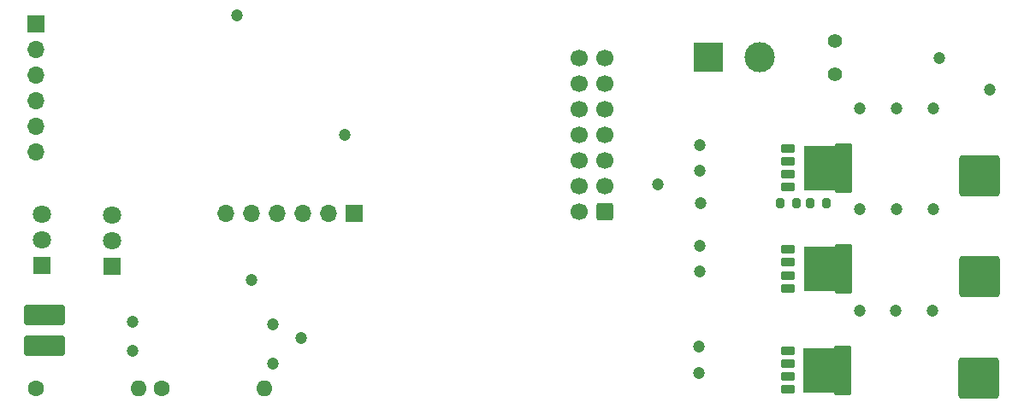
<source format=gbs>
G04 #@! TF.GenerationSoftware,KiCad,Pcbnew,(6.0.5)*
G04 #@! TF.CreationDate,2022-05-31T01:04:28-04:00*
G04 #@! TF.ProjectId,GoldESC,476f6c64-4553-4432-9e6b-696361645f70,rev?*
G04 #@! TF.SameCoordinates,Original*
G04 #@! TF.FileFunction,Soldermask,Bot*
G04 #@! TF.FilePolarity,Negative*
%FSLAX46Y46*%
G04 Gerber Fmt 4.6, Leading zero omitted, Abs format (unit mm)*
G04 Created by KiCad (PCBNEW (6.0.5)) date 2022-05-31 01:04:28*
%MOMM*%
%LPD*%
G01*
G04 APERTURE LIST*
G04 Aperture macros list*
%AMRoundRect*
0 Rectangle with rounded corners*
0 $1 Rounding radius*
0 $2 $3 $4 $5 $6 $7 $8 $9 X,Y pos of 4 corners*
0 Add a 4 corners polygon primitive as box body*
4,1,4,$2,$3,$4,$5,$6,$7,$8,$9,$2,$3,0*
0 Add four circle primitives for the rounded corners*
1,1,$1+$1,$2,$3*
1,1,$1+$1,$4,$5*
1,1,$1+$1,$6,$7*
1,1,$1+$1,$8,$9*
0 Add four rect primitives between the rounded corners*
20,1,$1+$1,$2,$3,$4,$5,0*
20,1,$1+$1,$4,$5,$6,$7,0*
20,1,$1+$1,$6,$7,$8,$9,0*
20,1,$1+$1,$8,$9,$2,$3,0*%
%AMFreePoly0*
4,1,21,3.024497,2.399497,3.045000,2.350000,3.045000,-2.350000,3.024497,-2.399497,2.975000,-2.420000,1.425000,-2.420000,1.375503,-2.399497,1.355000,-2.350000,1.355000,-2.170000,-1.650000,-2.170000,-1.699497,-2.149497,-1.720000,-2.100000,-1.720000,2.100000,-1.699497,2.149497,-1.650000,2.170000,1.355000,2.170000,1.355000,2.350000,1.375503,2.399497,1.425000,2.420000,2.975000,2.420000,
3.024497,2.399497,3.024497,2.399497,$1*%
G04 Aperture macros list end*
%ADD10C,1.200000*%
%ADD11R,3.000000X3.000000*%
%ADD12C,3.000000*%
%ADD13R,1.700000X1.700000*%
%ADD14O,1.700000X1.700000*%
%ADD15R,1.800000X1.800000*%
%ADD16C,1.800000*%
%ADD17C,1.600000*%
%ADD18O,1.600000X1.600000*%
%ADD19RoundRect,0.250000X-1.000000X1.000000X-1.000000X-1.000000X1.000000X-1.000000X1.000000X1.000000X0*%
%ADD20RoundRect,0.250000X-1.000000X-1.000000X1.000000X-1.000000X1.000000X1.000000X-1.000000X1.000000X0*%
%ADD21RoundRect,0.250000X1.000000X1.000000X-1.000000X1.000000X-1.000000X-1.000000X1.000000X-1.000000X0*%
%ADD22RoundRect,0.250000X1.000000X-1.000000X1.000000X1.000000X-1.000000X1.000000X-1.000000X-1.000000X0*%
%ADD23C,1.400000*%
%ADD24RoundRect,0.200000X1.050000X-0.800000X1.050000X0.800000X-1.050000X0.800000X-1.050000X-0.800000X0*%
%ADD25RoundRect,0.200000X-1.050000X0.800000X-1.050000X-0.800000X1.050000X-0.800000X1.050000X0.800000X0*%
%ADD26RoundRect,0.250000X0.600000X0.600000X-0.600000X0.600000X-0.600000X-0.600000X0.600000X-0.600000X0*%
%ADD27C,1.700000*%
%ADD28RoundRect,0.070000X0.575000X-0.350000X0.575000X0.350000X-0.575000X0.350000X-0.575000X-0.350000X0*%
%ADD29FreePoly0,0.000000*%
%ADD30RoundRect,0.200000X0.200000X0.275000X-0.200000X0.275000X-0.200000X-0.275000X0.200000X-0.275000X0*%
G04 APERTURE END LIST*
D10*
X230349000Y-88834000D03*
D11*
X208160000Y-63700000D03*
D12*
X213240000Y-63700000D03*
D10*
X151180000Y-92800000D03*
X207300000Y-82400000D03*
X163000000Y-85800000D03*
D13*
X141600000Y-60400000D03*
D14*
X141600000Y-62940000D03*
X141600000Y-65480000D03*
X141600000Y-68020000D03*
X141600000Y-70560000D03*
X141600000Y-73100000D03*
D10*
X172200000Y-71450000D03*
X236050000Y-66950000D03*
X207300000Y-72400000D03*
X230400000Y-78800000D03*
X151180000Y-90000000D03*
X223200000Y-78800000D03*
X207249000Y-95034000D03*
D15*
X142225000Y-84340000D03*
D16*
X142225000Y-81800000D03*
X142225000Y-79260000D03*
D10*
X161500000Y-59600000D03*
D17*
X141600000Y-96600000D03*
D18*
X151760000Y-96600000D03*
D10*
X207249000Y-92434000D03*
D13*
X173125000Y-79225000D03*
D14*
X170585000Y-79225000D03*
X168045000Y-79225000D03*
X165505000Y-79225000D03*
X162965000Y-79225000D03*
X160425000Y-79225000D03*
D19*
X235766000Y-74734000D03*
D20*
X234234000Y-74734000D03*
D21*
X235766000Y-76266000D03*
D22*
X234234000Y-76266000D03*
D10*
X226800000Y-78800000D03*
X207400000Y-78200000D03*
D17*
X154100000Y-96600000D03*
D18*
X164260000Y-96600000D03*
D23*
X220700000Y-65450000D03*
X220700000Y-62150000D03*
D22*
X234234000Y-86266000D03*
D21*
X235766000Y-86266000D03*
D20*
X234234000Y-84734000D03*
D19*
X235766000Y-84734000D03*
D15*
X149200000Y-84440000D03*
D16*
X149200000Y-81900000D03*
X149200000Y-79360000D03*
D24*
X141734000Y-89276000D03*
D25*
X143266000Y-89276000D03*
X143266000Y-92324000D03*
D24*
X141734000Y-92324000D03*
D26*
X197940000Y-79020000D03*
D27*
X195400000Y-79020000D03*
X197940000Y-76480000D03*
X195400000Y-76480000D03*
X197940000Y-73940000D03*
X195400000Y-73940000D03*
X197940000Y-71400000D03*
X195400000Y-71400000D03*
X197940000Y-68860000D03*
X195400000Y-68860000D03*
X197940000Y-66320000D03*
X195400000Y-66320000D03*
X197940000Y-63780000D03*
X195400000Y-63780000D03*
D10*
X226800000Y-68800000D03*
X165080000Y-90200000D03*
X230400000Y-68800000D03*
X226749000Y-88834000D03*
X207300000Y-85000000D03*
X165080000Y-94100000D03*
X223149000Y-88834000D03*
X207300000Y-75000000D03*
X231000000Y-63800000D03*
X167850000Y-91550000D03*
X203200000Y-76350000D03*
X223200000Y-68800000D03*
D21*
X235715000Y-96300000D03*
D20*
X234183000Y-94768000D03*
D22*
X234183000Y-96300000D03*
D19*
X235715000Y-94768000D03*
D28*
X216081000Y-76626000D03*
X216081000Y-75356000D03*
X216081000Y-74076000D03*
X216081000Y-72806000D03*
D29*
X219351000Y-74716000D03*
D30*
X219888096Y-78200000D03*
X218238096Y-78200000D03*
D28*
X216081000Y-86626000D03*
X216081000Y-85356000D03*
X216081000Y-84076000D03*
X216081000Y-82806000D03*
D29*
X219351000Y-84716000D03*
D28*
X216030000Y-96660000D03*
X216030000Y-95390000D03*
X216030000Y-94110000D03*
X216030000Y-92840000D03*
D29*
X219300000Y-94750000D03*
D30*
X216925000Y-78200000D03*
X215275000Y-78200000D03*
M02*

</source>
